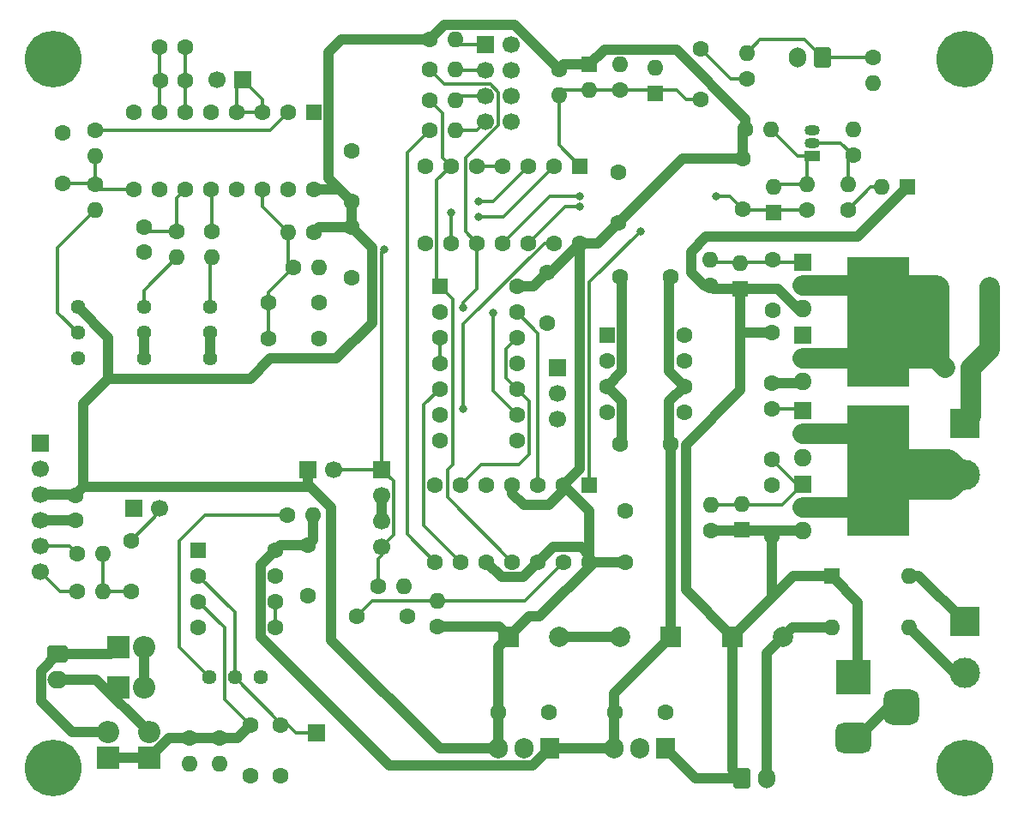
<source format=gbr>
%TF.GenerationSoftware,KiCad,Pcbnew,9.0.1*%
%TF.CreationDate,2025-05-04T12:18:18+03:30*%
%TF.ProjectId,sstc-v3,73737463-2d76-4332-9e6b-696361645f70,rev?*%
%TF.SameCoordinates,Original*%
%TF.FileFunction,Copper,L1,Top*%
%TF.FilePolarity,Positive*%
%FSLAX46Y46*%
G04 Gerber Fmt 4.6, Leading zero omitted, Abs format (unit mm)*
G04 Created by KiCad (PCBNEW 9.0.1) date 2025-05-04 12:18:18*
%MOMM*%
%LPD*%
G01*
G04 APERTURE LIST*
G04 Aperture macros list*
%AMRoundRect*
0 Rectangle with rounded corners*
0 $1 Rounding radius*
0 $2 $3 $4 $5 $6 $7 $8 $9 X,Y pos of 4 corners*
0 Add a 4 corners polygon primitive as box body*
4,1,4,$2,$3,$4,$5,$6,$7,$8,$9,$2,$3,0*
0 Add four circle primitives for the rounded corners*
1,1,$1+$1,$2,$3*
1,1,$1+$1,$4,$5*
1,1,$1+$1,$6,$7*
1,1,$1+$1,$8,$9*
0 Add four rect primitives between the rounded corners*
20,1,$1+$1,$2,$3,$4,$5,0*
20,1,$1+$1,$4,$5,$6,$7,0*
20,1,$1+$1,$6,$7,$8,$9,0*
20,1,$1+$1,$8,$9,$2,$3,0*%
G04 Aperture macros list end*
%TA.AperFunction,Conductor*%
%ADD10C,0.200000*%
%TD*%
%TA.AperFunction,ComponentPad*%
%ADD11R,1.600000X1.600000*%
%TD*%
%TA.AperFunction,ComponentPad*%
%ADD12O,1.600000X1.600000*%
%TD*%
%TA.AperFunction,ComponentPad*%
%ADD13C,1.600000*%
%TD*%
%TA.AperFunction,ComponentPad*%
%ADD14R,3.000000X3.000000*%
%TD*%
%TA.AperFunction,ComponentPad*%
%ADD15C,3.000000*%
%TD*%
%TA.AperFunction,ComponentPad*%
%ADD16R,2.000000X2.000000*%
%TD*%
%TA.AperFunction,ComponentPad*%
%ADD17C,2.000000*%
%TD*%
%TA.AperFunction,ComponentPad*%
%ADD18RoundRect,0.250000X-0.550000X0.550000X-0.550000X-0.550000X0.550000X-0.550000X0.550000X0.550000X0*%
%TD*%
%TA.AperFunction,ComponentPad*%
%ADD19R,3.500000X3.500000*%
%TD*%
%TA.AperFunction,ComponentPad*%
%ADD20RoundRect,0.750000X1.000000X-0.750000X1.000000X0.750000X-1.000000X0.750000X-1.000000X-0.750000X0*%
%TD*%
%TA.AperFunction,ComponentPad*%
%ADD21RoundRect,0.875000X0.875000X-0.875000X0.875000X0.875000X-0.875000X0.875000X-0.875000X-0.875000X0*%
%TD*%
%TA.AperFunction,ComponentPad*%
%ADD22C,3.600000*%
%TD*%
%TA.AperFunction,ConnectorPad*%
%ADD23C,5.600000*%
%TD*%
%TA.AperFunction,ComponentPad*%
%ADD24RoundRect,0.250000X0.600000X0.750000X-0.600000X0.750000X-0.600000X-0.750000X0.600000X-0.750000X0*%
%TD*%
%TA.AperFunction,ComponentPad*%
%ADD25O,1.700000X2.000000*%
%TD*%
%TA.AperFunction,ComponentPad*%
%ADD26RoundRect,0.250000X-0.750000X0.600000X-0.750000X-0.600000X0.750000X-0.600000X0.750000X0.600000X0*%
%TD*%
%TA.AperFunction,ComponentPad*%
%ADD27O,2.000000X1.700000*%
%TD*%
%TA.AperFunction,ComponentPad*%
%ADD28RoundRect,0.250000X-0.550000X-0.550000X0.550000X-0.550000X0.550000X0.550000X-0.550000X0.550000X0*%
%TD*%
%TA.AperFunction,ComponentPad*%
%ADD29R,2.200000X2.200000*%
%TD*%
%TA.AperFunction,ComponentPad*%
%ADD30O,2.200000X2.200000*%
%TD*%
%TA.AperFunction,ComponentPad*%
%ADD31R,1.700000X1.700000*%
%TD*%
%TA.AperFunction,ComponentPad*%
%ADD32C,1.700000*%
%TD*%
%TA.AperFunction,ComponentPad*%
%ADD33RoundRect,0.250000X-0.600000X-0.750000X0.600000X-0.750000X0.600000X0.750000X-0.600000X0.750000X0*%
%TD*%
%TA.AperFunction,ComponentPad*%
%ADD34R,1.800000X1.717500*%
%TD*%
%TA.AperFunction,SMDPad,CuDef*%
%ADD35R,6.200000X5.700000*%
%TD*%
%TA.AperFunction,ComponentPad*%
%ADD36O,1.800000X1.717500*%
%TD*%
%TA.AperFunction,ComponentPad*%
%ADD37C,1.440000*%
%TD*%
%TA.AperFunction,ComponentPad*%
%ADD38R,1.500000X1.050000*%
%TD*%
%TA.AperFunction,ComponentPad*%
%ADD39O,1.500000X1.050000*%
%TD*%
%TA.AperFunction,ComponentPad*%
%ADD40R,1.905000X2.000000*%
%TD*%
%TA.AperFunction,ComponentPad*%
%ADD41O,1.905000X2.000000*%
%TD*%
%TA.AperFunction,ViaPad*%
%ADD42C,0.800000*%
%TD*%
%TA.AperFunction,Conductor*%
%ADD43C,1.000000*%
%TD*%
%TA.AperFunction,Conductor*%
%ADD44C,0.300000*%
%TD*%
%TA.AperFunction,Conductor*%
%ADD45C,2.000000*%
%TD*%
G04 APERTURE END LIST*
%TO.N,Net-(J12-Pin_2)*%
D10*
X101000000Y-56500000D02*
X103000000Y-56500000D01*
X103000000Y-58000000D01*
X101000000Y-58000000D01*
X101000000Y-56500000D01*
%TA.AperFunction,Conductor*%
G36*
X101000000Y-56500000D02*
G01*
X103000000Y-56500000D01*
X103000000Y-58000000D01*
X101000000Y-58000000D01*
X101000000Y-56500000D01*
G37*
%TD.AperFunction*%
%TO.N,Net-(Q2-D)*%
X95500000Y-40000000D02*
X104000000Y-40000000D01*
X104000000Y-46000000D01*
X95500000Y-46000000D01*
X95500000Y-40000000D01*
%TA.AperFunction,Conductor*%
G36*
X95500000Y-40000000D02*
G01*
X104000000Y-40000000D01*
X104000000Y-46000000D01*
X95500000Y-46000000D01*
X95500000Y-40000000D01*
G37*
%TD.AperFunction*%
%TO.N,Net-(J12-Pin_2)*%
X95500000Y-56000000D02*
X101500000Y-56000000D01*
X101500000Y-60000000D01*
X95500000Y-60000000D01*
X95500000Y-56000000D01*
%TA.AperFunction,Conductor*%
G36*
X95500000Y-56000000D02*
G01*
X101500000Y-56000000D01*
X101500000Y-60000000D01*
X95500000Y-60000000D01*
X95500000Y-56000000D01*
G37*
%TD.AperFunction*%
%TD*%
D11*
%TO.P,D10,1,K*%
%TO.N,VDC*%
X101330686Y-29602056D03*
D12*
%TO.P,D10,2,A*%
%TO.N,Net-(D10-A)*%
X98790686Y-29602056D03*
%TD*%
D13*
%TO.P,R24,1*%
%TO.N,Net-(D6-K)*%
X91505000Y-31830685D03*
D12*
%TO.P,R24,2*%
%TO.N,Net-(D6-A)*%
X91505000Y-29290685D03*
%TD*%
D14*
%TO.P,J13,1,Pin_1*%
%TO.N,Net-(J13-Pin_1)*%
X107000000Y-72500000D03*
D15*
%TO.P,J13,2,Pin_2*%
%TO.N,Net-(J13-Pin_2)*%
X107000000Y-77580000D03*
%TD*%
D13*
%TO.P,R8,1*%
%TO.N,OC*%
X33500000Y-84000000D03*
D12*
%TO.P,R8,2*%
%TO.N,GND*%
X33500000Y-86540000D03*
%TD*%
D13*
%TO.P,C30,1*%
%TO.N,VDC*%
X88000000Y-64000000D03*
%TO.P,C30,2*%
%TO.N,GND*%
X88000000Y-59000000D03*
%TD*%
D16*
%TO.P,C16,1*%
%TO.N,+5V*%
X62000000Y-74000000D03*
D17*
%TO.P,C16,2*%
%TO.N,GND*%
X67000000Y-74000000D03*
%TD*%
D13*
%TO.P,C9,1*%
%TO.N,+5V*%
X46495000Y-31000000D03*
%TO.P,C9,2*%
%TO.N,GND*%
X46495000Y-26000000D03*
%TD*%
%TO.P,C4,1*%
%TO.N,Net-(U2-C1)*%
X30095000Y-19040000D03*
%TO.P,C4,2*%
%TO.N,Net-(U2-C2)*%
X27595000Y-19040000D03*
%TD*%
%TO.P,R23,1*%
%TO.N,VDC*%
X82000000Y-63540000D03*
D12*
%TO.P,R23,2*%
%TO.N,Net-(D9-A)*%
X82000000Y-61000000D03*
%TD*%
D13*
%TO.P,R18,1*%
%TO.N,+5V*%
X85395000Y-23915000D03*
D12*
%TO.P,R18,2*%
%TO.N,Net-(D6-A)*%
X87935000Y-23915000D03*
%TD*%
D13*
%TO.P,C17,1*%
%TO.N,GND*%
X72840000Y-28120000D03*
%TO.P,C17,2*%
%TO.N,+5V*%
X72840000Y-33120000D03*
%TD*%
%TO.P,C7,1*%
%TO.N,Net-(J3-Pin_2)*%
X24722500Y-64500000D03*
%TO.P,C7,2*%
%TO.N,Net-(C7-Pad2)*%
X24722500Y-69500000D03*
%TD*%
D18*
%TO.P,U2,1,PCP*%
%TO.N,unconnected-(U2-PCP-Pad1)*%
X42795000Y-22235000D03*
D13*
%TO.P,U2,2,PC1*%
%TO.N,Net-(U2-PC1)*%
X40255000Y-22235000D03*
%TO.P,U2,3,RefIn*%
%TO.N,SIGNAL*%
X37715000Y-22235000D03*
%TO.P,U2,4,FOUT*%
X35175000Y-22235000D03*
%TO.P,U2,5,Inh*%
%TO.N,GND*%
X32635000Y-22235000D03*
%TO.P,U2,6,C1*%
%TO.N,Net-(U2-C1)*%
X30095000Y-22235000D03*
%TO.P,U2,7,C2*%
%TO.N,Net-(U2-C2)*%
X27555000Y-22235000D03*
%TO.P,U2,8,VSS*%
%TO.N,GND*%
X25015000Y-22235000D03*
%TO.P,U2,9,VCOin*%
%TO.N,AUDIO*%
X25015000Y-29855000D03*
%TO.P,U2,10,SFout*%
%TO.N,unconnected-(U2-SFout-Pad10)*%
X27555000Y-29855000D03*
%TO.P,U2,11,R1*%
%TO.N,Net-(U2-R1)*%
X30095000Y-29855000D03*
%TO.P,U2,12,R2*%
%TO.N,Net-(U2-R2)*%
X32635000Y-29855000D03*
%TO.P,U2,13,PC2*%
%TO.N,unconnected-(U2-PC2-Pad13)*%
X35175000Y-29855000D03*
%TO.P,U2,14,SigIn*%
%TO.N,FEEDBACK*%
X37715000Y-29855000D03*
%TO.P,U2,15,ZOUT*%
%TO.N,unconnected-(U2-ZOUT-Pad15)*%
X40255000Y-29855000D03*
%TO.P,U2,16,VDD*%
%TO.N,+5V*%
X42795000Y-29855000D03*
%TD*%
%TO.P,C18,1*%
%TO.N,Net-(D8-A)*%
X88066667Y-36800000D03*
%TO.P,C18,2*%
%TO.N,Net-(Q5-G)*%
X88066667Y-41800000D03*
%TD*%
%TO.P,C25,1*%
%TO.N,Net-(D9-A)*%
X88000000Y-56500000D03*
%TO.P,C25,2*%
%TO.N,Net-(Q3-G)*%
X88000000Y-51500000D03*
%TD*%
D19*
%TO.P,J14,1*%
%TO.N,VDC*%
X96042500Y-78000000D03*
D20*
%TO.P,J14,2*%
%TO.N,GND*%
X96042500Y-84000000D03*
D21*
X100742500Y-81000000D03*
%TD*%
D22*
%TO.P,H2,1,1*%
%TO.N,GND*%
X17000000Y-87000000D03*
D23*
X17000000Y-87000000D03*
%TD*%
D13*
%TO.P,R6,1*%
%TO.N,AUDIO  LEFT*%
X19377500Y-65770000D03*
D12*
%TO.P,R6,2*%
%TO.N,Net-(C7-Pad2)*%
X21917500Y-65770000D03*
%TD*%
D13*
%TO.P,R1,1*%
%TO.N,Net-(U2-R1)*%
X29245000Y-33995000D03*
D12*
%TO.P,R1,2*%
%TO.N,Net-(R1-Pad2)*%
X29245000Y-36535000D03*
%TD*%
D13*
%TO.P,C15,1*%
%TO.N,Net-(U5B-~{R})*%
X47000000Y-72000000D03*
%TO.P,C15,2*%
%TO.N,GND*%
X52000000Y-72000000D03*
%TD*%
D24*
%TO.P,J11,1,Pin_1*%
%TO.N,Net-(J11-Pin_1)*%
X93000000Y-16780000D03*
D25*
%TO.P,J11,2,Pin_2*%
%TO.N,GND*%
X90500000Y-16780000D03*
%TD*%
D26*
%TO.P,J4,1,Pin_1*%
%TO.N,Net-(D3-A)*%
X17500000Y-75720000D03*
D27*
%TO.P,J4,2,Pin_2*%
%TO.N,Net-(D1-A)*%
X17500000Y-78220000D03*
%TD*%
D28*
%TO.P,U6,1,NC*%
%TO.N,unconnected-(U6-NC-Pad1)*%
X71695000Y-44190000D03*
D13*
%TO.P,U6,2,IN_A*%
%TO.N,DRV2*%
X71695000Y-46730000D03*
%TO.P,U6,3,GND*%
%TO.N,GND*%
X71695000Y-49270000D03*
%TO.P,U6,4,IN_B*%
%TO.N,DRV1*%
X71695000Y-51810000D03*
%TO.P,U6,5,OUT_B*%
%TO.N,Net-(Q3-G)*%
X79315000Y-51810000D03*
%TO.P,U6,6,VDD*%
%TO.N,+9V*%
X79315000Y-49270000D03*
%TO.P,U6,7,OUT_A*%
%TO.N,Net-(Q5-G)*%
X79315000Y-46730000D03*
%TO.P,U6,8,NC*%
%TO.N,unconnected-(U6-NC-Pad8)*%
X79315000Y-44190000D03*
%TD*%
D29*
%TO.P,D3,1,K*%
%TO.N,OC*%
X22500000Y-85968234D03*
D30*
%TO.P,D3,2,A*%
%TO.N,Net-(D3-A)*%
X22500000Y-83428234D03*
%TD*%
D16*
%TO.P,C29,1*%
%TO.N,VDC*%
X84132323Y-74000000D03*
D17*
%TO.P,C29,2*%
%TO.N,GND*%
X89132323Y-74000000D03*
%TD*%
D13*
%TO.P,C31,1*%
%TO.N,Net-(Q2-D)*%
X104500000Y-43500000D03*
%TO.P,C31,2*%
%TO.N,Net-(J12-Pin_1)*%
X109500000Y-43500000D03*
%TD*%
%TO.P,C24,1*%
%TO.N,GND*%
X73500000Y-61620000D03*
%TO.P,C24,2*%
%TO.N,+5V*%
X73500000Y-66620000D03*
%TD*%
%TO.P,R10,1*%
%TO.N,INT*%
X54180000Y-21000000D03*
D12*
%TO.P,R10,2*%
%TO.N,Net-(J5-Pin_5)*%
X56720000Y-21000000D03*
%TD*%
D29*
%TO.P,D1,1,K*%
%TO.N,OC*%
X26500000Y-85968234D03*
D30*
%TO.P,D1,2,A*%
%TO.N,Net-(D1-A)*%
X26500000Y-83428234D03*
%TD*%
D31*
%TO.P,J7,1,Pin_1*%
%TO.N,INT_INPUT*%
X49500000Y-57500000D03*
D32*
%TO.P,J7,2,Pin_2*%
%TO.N,GND*%
X49500000Y-60040000D03*
%TO.P,J7,3,Pin_3*%
X49500000Y-62580000D03*
%TO.P,J7,4,Pin_4*%
%TO.N,INT_INPUT*%
X49500000Y-65120000D03*
%TD*%
D33*
%TO.P,J10,1,Pin_1*%
%TO.N,VDC*%
X85000000Y-87975000D03*
D25*
%TO.P,J10,2,Pin_2*%
%TO.N,GND*%
X87500000Y-87975000D03*
%TD*%
D13*
%TO.P,R17,1*%
%TO.N,+5V*%
X55000000Y-73045000D03*
D12*
%TO.P,R17,2*%
%TO.N,Net-(U5B-~{R})*%
X55000000Y-70505000D03*
%TD*%
D14*
%TO.P,J12,1,Pin_1*%
%TO.N,Net-(J12-Pin_1)*%
X107000000Y-52960000D03*
D15*
%TO.P,J12,2,Pin_2*%
%TO.N,Net-(J12-Pin_2)*%
X107000000Y-58040000D03*
%TD*%
D29*
%TO.P,D2,1,K*%
%TO.N,Net-(D1-A)*%
X23460000Y-79000000D03*
D30*
%TO.P,D2,2,A*%
%TO.N,GND*%
X26000000Y-79000000D03*
%TD*%
D13*
%TO.P,C26,1*%
%TO.N,GND*%
X73000000Y-55000000D03*
%TO.P,C26,2*%
%TO.N,+9V*%
X78000000Y-55000000D03*
%TD*%
D31*
%TO.P,J9,1,Pin_1*%
%TO.N,DRV2*%
X66815000Y-47420000D03*
D32*
%TO.P,J9,2,Pin_2*%
%TO.N,GND*%
X66815000Y-49960000D03*
%TO.P,J9,3,Pin_3*%
%TO.N,DRV1*%
X66815000Y-52500000D03*
%TD*%
D13*
%TO.P,R27,1*%
%TO.N,Net-(Q1-B)*%
X96000000Y-26460000D03*
D12*
%TO.P,R27,2*%
%TO.N,GND*%
X96000000Y-23920000D03*
%TD*%
D13*
%TO.P,R14,1*%
%TO.N,OCD_STATUS*%
X54180000Y-24000000D03*
D12*
%TO.P,R14,2*%
%TO.N,Net-(J5-Pin_7)*%
X56720000Y-24000000D03*
%TD*%
D34*
%TO.P,Q2,1,G*%
%TO.N,Net-(D8-A)*%
X91066667Y-37000000D03*
D35*
%TO.P,Q2,2,D*%
%TO.N,Net-(Q2-D)*%
X98500000Y-39290000D03*
D36*
X91066667Y-39290000D03*
%TO.P,Q2,3,S*%
%TO.N,VDC*%
X91066667Y-41580000D03*
%TD*%
D13*
%TO.P,R22,1*%
%TO.N,VDC*%
X81881667Y-39340000D03*
D12*
%TO.P,R22,2*%
%TO.N,Net-(D8-A)*%
X81881667Y-36800000D03*
%TD*%
D18*
%TO.P,U5,1,~{R}*%
%TO.N,Net-(U5A-~{R})*%
X70000000Y-59000000D03*
D13*
%TO.P,U5,2,D*%
%TO.N,+5V*%
X67460000Y-59000000D03*
%TO.P,U5,3,C*%
%TO.N,SIGNAL*%
X64920000Y-59000000D03*
%TO.P,U5,4,~{S}*%
%TO.N,+5V*%
X62380000Y-59000000D03*
%TO.P,U5,5,Q*%
%TO.N,unconnected-(U5A-Q-Pad5)*%
X59840000Y-59000000D03*
%TO.P,U5,6,~{Q}*%
%TO.N,Net-(U5A-~{Q})*%
X57300000Y-59000000D03*
%TO.P,U5,7,GND*%
%TO.N,GND*%
X54760000Y-59000000D03*
%TO.P,U5,8,~{Q}*%
%TO.N,OCD_STATUS*%
X54760000Y-66620000D03*
%TO.P,U5,9,Q*%
%TO.N,OCD*%
X57300000Y-66620000D03*
%TO.P,U5,10,~{S}*%
%TO.N,+5V*%
X59840000Y-66620000D03*
%TO.P,U5,11,C*%
%TO.N,INT*%
X62380000Y-66620000D03*
%TO.P,U5,12,D*%
%TO.N,+5V*%
X64920000Y-66620000D03*
%TO.P,U5,13,~{R}*%
%TO.N,Net-(U5B-~{R})*%
X67460000Y-66620000D03*
%TO.P,U5,14,VCC*%
%TO.N,+5V*%
X70000000Y-66620000D03*
%TD*%
%TO.P,C19,1*%
%TO.N,+5V*%
X65815000Y-38000000D03*
%TO.P,C19,2*%
%TO.N,GND*%
X65815000Y-43000000D03*
%TD*%
%TO.P,C11,1*%
%TO.N,FEEDBACK*%
X38265000Y-41040000D03*
%TO.P,C11,2*%
%TO.N,GND*%
X43265000Y-41040000D03*
%TD*%
D11*
%TO.P,D8,1,K*%
%TO.N,VDC*%
X84881667Y-39651371D03*
D12*
%TO.P,D8,2,A*%
%TO.N,Net-(D8-A)*%
X84881667Y-37111371D03*
%TD*%
D31*
%TO.P,J6,1,Pin_1*%
%TO.N,+5V*%
X42225000Y-57500000D03*
D32*
%TO.P,J6,2,Pin_2*%
%TO.N,INT_INPUT*%
X44765000Y-57500000D03*
%TD*%
D13*
%TO.P,R9,1*%
%TO.N,+5V*%
X42815000Y-34040000D03*
D12*
%TO.P,R9,2*%
%TO.N,FEEDBACK*%
X40275000Y-34040000D03*
%TD*%
D13*
%TO.P,R5,1*%
%TO.N,AUDIO  RIGHT*%
X19377500Y-69520000D03*
D12*
%TO.P,R5,2*%
%TO.N,Net-(C7-Pad2)*%
X21917500Y-69520000D03*
%TD*%
D13*
%TO.P,C8,1*%
%TO.N,+5V*%
X46495000Y-33550000D03*
%TO.P,C8,2*%
%TO.N,GND*%
X46495000Y-38550000D03*
%TD*%
%TO.P,R13,1*%
%TO.N,+5V*%
X54180000Y-15000000D03*
D12*
%TO.P,R13,2*%
%TO.N,Net-(J5-Pin_1)*%
X56720000Y-15000000D03*
%TD*%
D11*
%TO.P,D9,1,K*%
%TO.N,VDC*%
X85000000Y-63425686D03*
D12*
%TO.P,D9,2,A*%
%TO.N,Net-(D9-A)*%
X85000000Y-60885686D03*
%TD*%
D22*
%TO.P,H1,1,1*%
%TO.N,GND*%
X17000000Y-17000000D03*
D23*
X17000000Y-17000000D03*
%TD*%
D13*
%TO.P,C5,1*%
%TO.N,+5V*%
X19222500Y-60020000D03*
%TO.P,C5,2*%
%TO.N,GND*%
X19222500Y-62520000D03*
%TD*%
%TO.P,R20,1*%
%TO.N,+5V*%
X67000000Y-17955000D03*
D12*
%TO.P,R20,2*%
%TO.N,Net-(D5-A)*%
X67000000Y-20495000D03*
%TD*%
D13*
%TO.P,C3,1*%
%TO.N,AUDIO*%
X17995000Y-29235000D03*
%TO.P,C3,2*%
%TO.N,GND*%
X17995000Y-24235000D03*
%TD*%
%TO.P,R19,1*%
%TO.N,Net-(C20-Pad2)*%
X85500000Y-18870000D03*
D12*
%TO.P,R19,2*%
%TO.N,Net-(J11-Pin_1)*%
X85500000Y-16330000D03*
%TD*%
D13*
%TO.P,R2,1*%
%TO.N,Net-(U2-R2)*%
X32745000Y-33995000D03*
D12*
%TO.P,R2,2*%
%TO.N,Net-(R2-Pad2)*%
X32745000Y-36535000D03*
%TD*%
D11*
%TO.P,D7,1,K*%
%TO.N,Net-(D5-A)*%
X76500000Y-20356371D03*
D12*
%TO.P,D7,2,A*%
%TO.N,GND*%
X76500000Y-17816371D03*
%TD*%
D13*
%TO.P,C20,1*%
%TO.N,Net-(D5-A)*%
X81000000Y-20955000D03*
%TO.P,C20,2*%
%TO.N,Net-(C20-Pad2)*%
X81000000Y-15955000D03*
%TD*%
%TO.P,R21,1*%
%TO.N,Net-(D5-A)*%
X73000000Y-20045000D03*
D12*
%TO.P,R21,2*%
%TO.N,GND*%
X73000000Y-17505000D03*
%TD*%
D28*
%TO.P,U3,1*%
%TO.N,INT*%
X55195000Y-39380000D03*
D13*
%TO.P,U3,2*%
%TO.N,POWER_GOOD*%
X55195000Y-41920000D03*
%TO.P,U3,3*%
%TO.N,Net-(U3-Pad3)*%
X55195000Y-44460000D03*
%TO.P,U3,4*%
X55195000Y-47000000D03*
%TO.P,U3,5*%
%TO.N,OCD*%
X55195000Y-49540000D03*
%TO.P,U3,6*%
%TO.N,Net-(U3-Pad6)*%
X55195000Y-52080000D03*
%TO.P,U3,7,GND*%
%TO.N,GND*%
X55195000Y-54620000D03*
%TO.P,U3,8*%
%TO.N,DRV1*%
X62815000Y-54620000D03*
%TO.P,U3,9*%
%TO.N,Net-(U3-Pad9)*%
X62815000Y-52080000D03*
%TO.P,U3,10*%
%TO.N,Net-(U5A-~{Q})*%
X62815000Y-49540000D03*
%TO.P,U3,11*%
%TO.N,DRV2*%
X62815000Y-47000000D03*
%TO.P,U3,12*%
%TO.N,Net-(U5A-~{Q})*%
X62815000Y-44460000D03*
%TO.P,U3,13*%
%TO.N,SIGNAL*%
X62815000Y-41920000D03*
%TO.P,U3,14,VCC*%
%TO.N,+5V*%
X62815000Y-39380000D03*
%TD*%
%TO.P,R26,1*%
%TO.N,Net-(J11-Pin_1)*%
X98000000Y-16780000D03*
D12*
%TO.P,R26,2*%
%TO.N,GND*%
X98000000Y-19320000D03*
%TD*%
D13*
%TO.P,R4,1*%
%TO.N,AUDIO*%
X21225000Y-29355000D03*
D12*
%TO.P,R4,2*%
%TO.N,Net-(R4-Pad2)*%
X21225000Y-31895000D03*
%TD*%
D28*
%TO.P,U1,1,GND*%
%TO.N,GND*%
X31380000Y-65460000D03*
D13*
%TO.P,U1,2,+*%
%TO.N,Net-(J8-Pin_1)*%
X31380000Y-68000000D03*
%TO.P,U1,3,-*%
%TO.N,OC*%
X31380000Y-70540000D03*
%TO.P,U1,4,V-*%
%TO.N,GND*%
X31380000Y-73080000D03*
%TO.P,U1,5,BAL*%
%TO.N,Net-(U1-BAL)*%
X39000000Y-73080000D03*
%TO.P,U1,6,STRB*%
X39000000Y-70540000D03*
%TO.P,U1,7*%
%TO.N,Net-(U5B-~{R})*%
X39000000Y-68000000D03*
%TO.P,U1,8,V+*%
%TO.N,+9V*%
X39000000Y-65460000D03*
%TD*%
%TO.P,R12,1*%
%TO.N,FEEDBACK*%
X40725000Y-37540000D03*
D12*
%TO.P,R12,2*%
%TO.N,GND*%
X43265000Y-37540000D03*
%TD*%
D18*
%TO.P,U4,1*%
%TO.N,Net-(D5-A)*%
X69040000Y-27500000D03*
D13*
%TO.P,U4,2*%
%TO.N,Net-(C10-Pad1)*%
X66500000Y-27500000D03*
%TO.P,U4,3*%
%TO.N,INT_INPUT*%
X63960000Y-27500000D03*
%TO.P,U4,4*%
%TO.N,Net-(U4-Pad4)*%
X61420000Y-27500000D03*
%TO.P,U4,5*%
X58880000Y-27500000D03*
%TO.P,U4,6*%
%TO.N,INT*%
X56340000Y-27500000D03*
%TO.P,U4,7,GND*%
%TO.N,GND*%
X53800000Y-27500000D03*
%TO.P,U4,8*%
%TO.N,Net-(U3-Pad9)*%
X53800000Y-35120000D03*
%TO.P,U4,9*%
%TO.N,SIGNAL*%
X56340000Y-35120000D03*
%TO.P,U4,10*%
%TO.N,POWER_GOOD*%
X58880000Y-35120000D03*
%TO.P,U4,11*%
%TO.N,Net-(D6-K)*%
X61420000Y-35120000D03*
%TO.P,U4,12*%
%TO.N,Net-(U5A-~{R})*%
X63960000Y-35120000D03*
%TO.P,U4,13*%
%TO.N,Net-(U3-Pad6)*%
X66500000Y-35120000D03*
%TO.P,U4,14,VCC*%
%TO.N,+5V*%
X69040000Y-35120000D03*
%TD*%
D37*
%TO.P,RV2,1,1*%
%TO.N,Net-(R1-Pad2)*%
X25995000Y-41460000D03*
%TO.P,RV2,2,2*%
%TO.N,GND*%
X25995000Y-44000000D03*
%TO.P,RV2,3,3*%
X25995000Y-46540000D03*
%TD*%
D13*
%TO.P,R28,1*%
%TO.N,Net-(Q2-D)*%
X105130000Y-47460000D03*
D12*
%TO.P,R28,2*%
%TO.N,Net-(J12-Pin_1)*%
X107670000Y-47460000D03*
%TD*%
D34*
%TO.P,Q5,1,G*%
%TO.N,Net-(Q5-G)*%
X91066667Y-44210000D03*
D35*
%TO.P,Q5,2,D*%
%TO.N,Net-(Q2-D)*%
X98500000Y-46500000D03*
D36*
X91066667Y-46500000D03*
%TO.P,Q5,3,S*%
%TO.N,GND*%
X91066667Y-48790000D03*
%TD*%
D13*
%TO.P,R25,1*%
%TO.N,Net-(D10-A)*%
X95505000Y-31830685D03*
D12*
%TO.P,R25,2*%
%TO.N,Net-(Q1-B)*%
X95505000Y-29290685D03*
%TD*%
D13*
%TO.P,R16,1*%
%TO.N,INT_INPUT*%
X49165000Y-69000000D03*
D12*
%TO.P,R16,2*%
%TO.N,GND*%
X51705000Y-69000000D03*
%TD*%
D13*
%TO.P,C10,1*%
%TO.N,Net-(C10-Pad1)*%
X43265000Y-44540000D03*
%TO.P,C10,2*%
%TO.N,FEEDBACK*%
X38265000Y-44540000D03*
%TD*%
%TO.P,C13,1*%
%TO.N,+5V*%
X61000000Y-81500000D03*
%TO.P,C13,2*%
%TO.N,GND*%
X66000000Y-81500000D03*
%TD*%
D34*
%TO.P,Q4,1,G*%
%TO.N,Net-(D9-A)*%
X91066667Y-58920000D03*
D35*
%TO.P,Q4,2,D*%
%TO.N,Net-(J12-Pin_2)*%
X98500000Y-61210000D03*
D36*
X91066667Y-61210000D03*
%TO.P,Q4,3,S*%
%TO.N,VDC*%
X91066667Y-63500000D03*
%TD*%
D13*
%TO.P,C2,1*%
%TO.N,Net-(U2-C1)*%
X30045000Y-15735000D03*
%TO.P,C2,2*%
%TO.N,Net-(U2-C2)*%
X27545000Y-15735000D03*
%TD*%
%TO.P,C12,1*%
%TO.N,GND*%
X42185000Y-69990000D03*
%TO.P,C12,2*%
%TO.N,+9V*%
X42185000Y-64990000D03*
%TD*%
D22*
%TO.P,H3,1,1*%
%TO.N,GND*%
X107000000Y-17000000D03*
D23*
X107000000Y-17000000D03*
%TD*%
D11*
%TO.P,D6,1,K*%
%TO.N,Net-(D6-K)*%
X88195000Y-32142056D03*
D12*
%TO.P,D6,2,A*%
%TO.N,Net-(D6-A)*%
X88195000Y-29602056D03*
%TD*%
D13*
%TO.P,C22,1*%
%TO.N,VDC*%
X88000000Y-44000000D03*
%TO.P,C22,2*%
%TO.N,GND*%
X88000000Y-49000000D03*
%TD*%
D29*
%TO.P,D4,1,K*%
%TO.N,Net-(D3-A)*%
X23460000Y-75000000D03*
D30*
%TO.P,D4,2,A*%
%TO.N,GND*%
X26000000Y-75000000D03*
%TD*%
D13*
%TO.P,C1,1*%
%TO.N,Net-(U2-R1)*%
X25995000Y-33545000D03*
%TO.P,C1,2*%
%TO.N,GND*%
X25995000Y-36045000D03*
%TD*%
D31*
%TO.P,J8,1,Pin_1*%
%TO.N,Net-(J8-Pin_1)*%
X43000000Y-83500000D03*
%TD*%
D13*
%TO.P,R15,1*%
%TO.N,Net-(R15-Pad1)*%
X40140000Y-61990000D03*
D12*
%TO.P,R15,2*%
%TO.N,+9V*%
X42680000Y-61990000D03*
%TD*%
D13*
%TO.P,R11,1*%
%TO.N,POWER_GOOD*%
X54185000Y-18000000D03*
D12*
%TO.P,R11,2*%
%TO.N,Net-(J5-Pin_3)*%
X56725000Y-18000000D03*
%TD*%
D16*
%TO.P,C27,1*%
%TO.N,+9V*%
X78000000Y-74000000D03*
D17*
%TO.P,C27,2*%
%TO.N,GND*%
X73000000Y-74000000D03*
%TD*%
D37*
%TO.P,RV1,1,1*%
%TO.N,+5V*%
X19500000Y-41460000D03*
%TO.P,RV1,2,2*%
%TO.N,Net-(R4-Pad2)*%
X19500000Y-44000000D03*
%TO.P,RV1,3,3*%
%TO.N,GND*%
X19500000Y-46540000D03*
%TD*%
D38*
%TO.P,Q1,1,C*%
%TO.N,Net-(D6-A)*%
X92000000Y-26500000D03*
D39*
%TO.P,Q1,2,B*%
%TO.N,Net-(Q1-B)*%
X92000000Y-25230000D03*
%TO.P,Q1,3,E*%
%TO.N,GND*%
X92000000Y-23960000D03*
%TD*%
D31*
%TO.P,J3,1,Pin_1*%
%TO.N,AUDIO*%
X25000000Y-61305000D03*
D32*
%TO.P,J3,2,Pin_2*%
%TO.N,Net-(J3-Pin_2)*%
X27540000Y-61305000D03*
%TD*%
D13*
%TO.P,C6,1*%
%TO.N,OC*%
X36500000Y-82780000D03*
%TO.P,C6,2*%
%TO.N,GND*%
X36500000Y-87780000D03*
%TD*%
D11*
%TO.P,D5,1,K*%
%TO.N,+5V*%
X70000000Y-17505000D03*
D12*
%TO.P,D5,2,A*%
%TO.N,Net-(D5-A)*%
X70000000Y-20045000D03*
%TD*%
D34*
%TO.P,Q3,1,G*%
%TO.N,Net-(Q3-G)*%
X91066667Y-51710000D03*
D35*
%TO.P,Q3,2,D*%
%TO.N,Net-(J12-Pin_2)*%
X98500000Y-54000000D03*
D36*
X91066667Y-54000000D03*
%TO.P,Q3,3,S*%
%TO.N,GND*%
X91066667Y-56290000D03*
%TD*%
D37*
%TO.P,RV4,1,1*%
%TO.N,GND*%
X37500000Y-78000000D03*
%TO.P,RV4,2,2*%
%TO.N,Net-(J8-Pin_1)*%
X34960000Y-78000000D03*
%TO.P,RV4,3,3*%
%TO.N,Net-(R15-Pad1)*%
X32420000Y-78000000D03*
%TD*%
D40*
%TO.P,U7,1,VI*%
%TO.N,+9V*%
X66040000Y-85055000D03*
D41*
%TO.P,U7,2,GND*%
%TO.N,GND*%
X63500000Y-85055000D03*
%TO.P,U7,3,VO*%
%TO.N,+5V*%
X60960000Y-85055000D03*
%TD*%
D13*
%TO.P,C23,1*%
%TO.N,GND*%
X73000000Y-38500000D03*
%TO.P,C23,2*%
%TO.N,+9V*%
X78000000Y-38500000D03*
%TD*%
D40*
%TO.P,U8,1,VI*%
%TO.N,VDC*%
X77500000Y-85000000D03*
D41*
%TO.P,U8,2,GND*%
%TO.N,GND*%
X74960000Y-85000000D03*
%TO.P,U8,3,VO*%
%TO.N,+9V*%
X72420000Y-85000000D03*
%TD*%
D11*
%TO.P,D11,1,+*%
%TO.N,VDC*%
X93880000Y-68000000D03*
D12*
%TO.P,D11,2,-*%
%TO.N,GND*%
X93880000Y-73080000D03*
%TO.P,D11,3*%
%TO.N,Net-(J13-Pin_2)*%
X101500000Y-73080000D03*
%TO.P,D11,4*%
%TO.N,Net-(J13-Pin_1)*%
X101500000Y-68000000D03*
%TD*%
D13*
%TO.P,C28,1*%
%TO.N,+9V*%
X72500000Y-81500000D03*
%TO.P,C28,2*%
%TO.N,GND*%
X77500000Y-81500000D03*
%TD*%
D22*
%TO.P,H4,1,1*%
%TO.N,GND*%
X107000000Y-87000000D03*
D23*
X107000000Y-87000000D03*
%TD*%
D31*
%TO.P,J1,1,Pin_1*%
%TO.N,SIGNAL*%
X35775000Y-19000000D03*
D32*
%TO.P,J1,2,Pin_2*%
%TO.N,GND*%
X33235000Y-19000000D03*
%TD*%
D13*
%TO.P,C32,1*%
%TO.N,Net-(Q2-D)*%
X104500000Y-39500000D03*
%TO.P,C32,2*%
%TO.N,Net-(J12-Pin_1)*%
X109500000Y-39500000D03*
%TD*%
%TO.P,R3,1*%
%TO.N,Net-(U2-PC1)*%
X21225000Y-23995000D03*
D12*
%TO.P,R3,2*%
%TO.N,AUDIO*%
X21225000Y-26535000D03*
%TD*%
D13*
%TO.P,R7,1*%
%TO.N,OC*%
X30500000Y-84000000D03*
D12*
%TO.P,R7,2*%
%TO.N,GND*%
X30500000Y-86540000D03*
%TD*%
D37*
%TO.P,RV3,1,1*%
%TO.N,Net-(R2-Pad2)*%
X32495000Y-41460000D03*
%TO.P,RV3,2,2*%
%TO.N,GND*%
X32495000Y-44000000D03*
%TO.P,RV3,3,3*%
X32495000Y-46540000D03*
%TD*%
D13*
%TO.P,C21,1*%
%TO.N,Net-(D6-K)*%
X85145000Y-31790685D03*
%TO.P,C21,2*%
%TO.N,+5V*%
X85145000Y-26790685D03*
%TD*%
D31*
%TO.P,J5,1,Pin_1*%
%TO.N,Net-(J5-Pin_1)*%
X59725000Y-15500000D03*
D32*
%TO.P,J5,2,Pin_2*%
%TO.N,GND*%
X62265000Y-15500000D03*
%TO.P,J5,3,Pin_3*%
%TO.N,Net-(J5-Pin_3)*%
X59725000Y-18040000D03*
%TO.P,J5,4,Pin_4*%
%TO.N,GND*%
X62265000Y-18040000D03*
%TO.P,J5,5,Pin_5*%
%TO.N,Net-(J5-Pin_5)*%
X59725000Y-20580000D03*
%TO.P,J5,6,Pin_6*%
%TO.N,GND*%
X62265000Y-20580000D03*
%TO.P,J5,7,Pin_7*%
%TO.N,Net-(J5-Pin_7)*%
X59725000Y-23120000D03*
%TO.P,J5,8,Pin_8*%
%TO.N,GND*%
X62265000Y-23120000D03*
%TD*%
D31*
%TO.P,J2,1,Pin_1*%
%TO.N,unconnected-(J2-Pin_1-Pad1)*%
X15797500Y-54920000D03*
D32*
%TO.P,J2,2,Pin_2*%
%TO.N,unconnected-(J2-Pin_2-Pad2)*%
X15797500Y-57460000D03*
%TO.P,J2,3,Pin_3*%
%TO.N,+5V*%
X15797500Y-60000000D03*
%TO.P,J2,4,Pin_4*%
%TO.N,GND*%
X15797500Y-62540000D03*
%TO.P,J2,5,Pin_5*%
%TO.N,AUDIO  LEFT*%
X15797500Y-65080000D03*
%TO.P,J2,6,Pin_6*%
%TO.N,AUDIO  RIGHT*%
X15797500Y-67620000D03*
%TD*%
D13*
%TO.P,C14,1*%
%TO.N,GND*%
X39500000Y-87780000D03*
%TO.P,C14,2*%
%TO.N,Net-(J8-Pin_1)*%
X39500000Y-82780000D03*
%TD*%
D42*
%TO.N,POWER_GOOD*%
X57500000Y-41500000D03*
%TO.N,SIGNAL*%
X56340000Y-32099000D03*
%TO.N,Net-(U5A-~{R})*%
X75000000Y-34000000D03*
X69000000Y-31500000D03*
%TO.N,INT_INPUT*%
X59000000Y-31000000D03*
X49750000Y-35750000D03*
%TO.N,Net-(C10-Pad1)*%
X59000000Y-32500000D03*
%TO.N,Net-(D6-K)*%
X69000000Y-30500000D03*
X82500000Y-30500000D03*
%TO.N,Net-(U3-Pad6)*%
X57500000Y-51500000D03*
%TO.N,Net-(U3-Pad9)*%
X60500000Y-42000000D03*
%TD*%
D43*
%TO.N,Net-(J13-Pin_2)*%
X107000000Y-77580000D02*
X106000000Y-77580000D01*
X106000000Y-77580000D02*
X101500000Y-73080000D01*
%TO.N,Net-(J13-Pin_1)*%
X101500000Y-68000000D02*
X102500000Y-68000000D01*
X102500000Y-68000000D02*
X107000000Y-72500000D01*
%TO.N,+5V*%
X67450000Y-17505000D02*
X67000000Y-17955000D01*
X42225000Y-58995001D02*
X42000000Y-59220001D01*
X62380000Y-59880000D02*
X62380000Y-59000000D01*
X70000000Y-66000000D02*
X70000000Y-61540000D01*
X66371000Y-65169000D02*
X69169000Y-65169000D01*
X70840000Y-35120000D02*
X72840000Y-33120000D01*
X70000000Y-17505000D02*
X67450000Y-17505000D01*
X42795000Y-29855000D02*
X45350000Y-29855000D01*
X85395000Y-23915000D02*
X85395000Y-22895000D01*
X70000000Y-66620000D02*
X70000000Y-66000000D01*
X55631000Y-13549000D02*
X62594000Y-13549000D01*
X20022499Y-59220001D02*
X20022499Y-50977501D01*
X66000000Y-61000000D02*
X63500000Y-61000000D01*
X64920000Y-66620000D02*
X66371000Y-65169000D01*
X85145000Y-26790685D02*
X85145000Y-24165000D01*
X60960000Y-85000000D02*
X60960000Y-75040000D01*
X62000000Y-74000000D02*
X64000000Y-72000000D01*
X43305000Y-33550000D02*
X42815000Y-34040000D01*
X46495000Y-31000000D02*
X46495000Y-33550000D01*
X20022499Y-59220001D02*
X19222500Y-60020000D01*
X69040000Y-57420000D02*
X69040000Y-35120000D01*
X44246000Y-28751000D02*
X44246000Y-16254000D01*
X55000000Y-73045000D02*
X61045000Y-73045000D01*
X65815000Y-38000000D02*
X66160000Y-38000000D01*
X72840000Y-33120000D02*
X79169315Y-26790685D01*
X62815000Y-39380000D02*
X64435000Y-39380000D01*
X38500000Y-46500000D02*
X36500000Y-48500000D01*
X36500000Y-48500000D02*
X22500000Y-48500000D01*
X67460000Y-59000000D02*
X67460000Y-59540000D01*
X69169000Y-65169000D02*
X70000000Y-66000000D01*
X44995000Y-46500000D02*
X38500000Y-46500000D01*
X65066012Y-72000000D02*
X70446012Y-66620000D01*
X44500000Y-74357024D02*
X44500000Y-61270001D01*
X61045000Y-73045000D02*
X62000000Y-74000000D01*
X22500000Y-48500000D02*
X22500000Y-44460000D01*
X15797500Y-60000000D02*
X19202500Y-60000000D01*
X48500000Y-35555000D02*
X48500000Y-42995000D01*
X20022499Y-50977501D02*
X22500000Y-48500000D01*
X61291000Y-68071000D02*
X59840000Y-66620000D01*
X42000000Y-59220001D02*
X20022499Y-59220001D01*
X60960000Y-75040000D02*
X62000000Y-74000000D01*
X70446012Y-66620000D02*
X72000000Y-66620000D01*
X46495000Y-33550000D02*
X48500000Y-35555000D01*
X63500000Y-61000000D02*
X62380000Y-59880000D01*
X45500000Y-15000000D02*
X54180000Y-15000000D01*
X64920000Y-66620000D02*
X63469000Y-68071000D01*
X79169315Y-26790685D02*
X85145000Y-26790685D01*
X66160000Y-38000000D02*
X69040000Y-35120000D01*
X22500000Y-44460000D02*
X19500000Y-41460000D01*
X44246000Y-16254000D02*
X45500000Y-15000000D01*
X70000000Y-61540000D02*
X67460000Y-59000000D01*
X54180000Y-15000000D02*
X55631000Y-13549000D01*
X60960000Y-85055000D02*
X55197976Y-85055000D01*
X45350000Y-29855000D02*
X46495000Y-31000000D01*
X67460000Y-59000000D02*
X69040000Y-57420000D01*
X64435000Y-39380000D02*
X65815000Y-38000000D01*
X71451000Y-16054000D02*
X70000000Y-17505000D01*
X48500000Y-42995000D02*
X44995000Y-46500000D01*
X69040000Y-35120000D02*
X70840000Y-35120000D01*
X85395000Y-22895000D02*
X78554000Y-16054000D01*
X62594000Y-13549000D02*
X67000000Y-17955000D01*
X44500000Y-61270001D02*
X42225000Y-58995001D01*
X64000000Y-72000000D02*
X65066012Y-72000000D01*
X67460000Y-59540000D02*
X66000000Y-61000000D01*
X46495000Y-31000000D02*
X44246000Y-28751000D01*
X72000000Y-66620000D02*
X73500000Y-66620000D01*
X42225000Y-57500000D02*
X42225000Y-58995001D01*
X55197976Y-85055000D02*
X44500000Y-74357024D01*
X46495000Y-33550000D02*
X43305000Y-33550000D01*
X78554000Y-16054000D02*
X71451000Y-16054000D01*
X70000000Y-66620000D02*
X72000000Y-66620000D01*
X61291000Y-68071000D02*
X63469000Y-68071000D01*
X85145000Y-24165000D02*
X85395000Y-23915000D01*
D44*
%TO.N,Net-(U5B-~{R})*%
X55000000Y-70505000D02*
X48495000Y-70505000D01*
X48495000Y-70505000D02*
X47000000Y-72000000D01*
X63575000Y-70505000D02*
X67460000Y-66620000D01*
X55000000Y-70505000D02*
X63575000Y-70505000D01*
%TO.N,FEEDBACK*%
X40275000Y-34040000D02*
X40275000Y-37090000D01*
X37715000Y-31480000D02*
X40275000Y-34040000D01*
X38265000Y-40000000D02*
X38265000Y-41040000D01*
X40725000Y-37540000D02*
X38265000Y-40000000D01*
X38265000Y-41040000D02*
X38265000Y-44540000D01*
X37715000Y-29855000D02*
X37715000Y-31480000D01*
D43*
%TO.N,GND*%
X88000000Y-49000000D02*
X90856667Y-49000000D01*
X73000000Y-74000000D02*
X67000000Y-74000000D01*
X99500000Y-81000000D02*
X96500000Y-84000000D01*
X32495000Y-44000000D02*
X32495000Y-46540000D01*
X87500000Y-87975000D02*
X87500000Y-75632323D01*
X73146000Y-47819000D02*
X71695000Y-49270000D01*
X49500000Y-60040000D02*
X49500000Y-62580000D01*
X90052323Y-73080000D02*
X89132323Y-74000000D01*
X73146000Y-54854000D02*
X73146000Y-50721000D01*
X93880000Y-73080000D02*
X90052323Y-73080000D01*
X26000000Y-75000000D02*
X26000000Y-79000000D01*
X73146000Y-38646000D02*
X73146000Y-47819000D01*
X19222500Y-62520000D02*
X15817500Y-62520000D01*
X71695000Y-49270000D02*
X73146000Y-50721000D01*
X25995000Y-44000000D02*
X25995000Y-46540000D01*
X87500000Y-75632323D02*
X89132323Y-74000000D01*
D44*
%TO.N,Net-(D6-A)*%
X91505000Y-29290685D02*
X91505000Y-26995000D01*
X91505000Y-26995000D02*
X92000000Y-26500000D01*
X90520000Y-26500000D02*
X87935000Y-23915000D01*
X92000000Y-26500000D02*
X90520000Y-26500000D01*
X91505000Y-29290685D02*
X88506371Y-29290685D01*
%TO.N,AUDIO*%
X25015000Y-29855000D02*
X21725000Y-29855000D01*
X21725000Y-29855000D02*
X21225000Y-29355000D01*
X21225000Y-29355000D02*
X21225000Y-26535000D01*
X17995000Y-29235000D02*
X21105000Y-29235000D01*
D43*
%TO.N,Net-(D1-A)*%
X17500000Y-78220000D02*
X21291766Y-78220000D01*
X21291766Y-78220000D02*
X26500000Y-83428234D01*
D44*
%TO.N,AUDIO  RIGHT*%
X15797500Y-67620000D02*
X17697500Y-69520000D01*
X17697500Y-69520000D02*
X19377500Y-69520000D01*
%TO.N,AUDIO  LEFT*%
X15797500Y-65080000D02*
X18687500Y-65080000D01*
X18687500Y-65080000D02*
X19377500Y-65770000D01*
D43*
%TO.N,+9V*%
X39000000Y-65460000D02*
X37549000Y-66911000D01*
X42680000Y-64495000D02*
X42185000Y-64990000D01*
X42185000Y-64990000D02*
X39470000Y-64990000D01*
X77864000Y-38636000D02*
X77864000Y-47819000D01*
X77864000Y-47819000D02*
X79315000Y-49270000D01*
X72420000Y-79580000D02*
X78000000Y-74000000D01*
X77864000Y-50721000D02*
X79315000Y-49270000D01*
X37549000Y-66911000D02*
X37549000Y-74049000D01*
X42680000Y-61990000D02*
X42680000Y-64495000D01*
X72420000Y-85000000D02*
X72420000Y-79580000D01*
X64389000Y-86706000D02*
X66040000Y-85055000D01*
X77864000Y-54864000D02*
X77864000Y-50721000D01*
X37549000Y-74049000D02*
X50206000Y-86706000D01*
X72420000Y-85000000D02*
X66095000Y-85000000D01*
X39470000Y-64990000D02*
X39000000Y-65460000D01*
X50206000Y-86706000D02*
X64389000Y-86706000D01*
X78000000Y-74000000D02*
X78000000Y-55000000D01*
%TO.N,VDC*%
X88000000Y-70132323D02*
X84132323Y-74000000D01*
X88000000Y-44000000D02*
X84881667Y-44000000D01*
X81881667Y-39340000D02*
X81340000Y-39340000D01*
X90550900Y-41580000D02*
X91021800Y-41580000D01*
X91066667Y-63500000D02*
X88500000Y-63500000D01*
X80475000Y-87975000D02*
X77500000Y-85000000D01*
X96500000Y-78000000D02*
X96500000Y-70620000D01*
X96500000Y-70620000D02*
X93880000Y-68000000D01*
X81500000Y-34500000D02*
X96432742Y-34500000D01*
X84132323Y-74000000D02*
X79500000Y-69367677D01*
X90132323Y-68000000D02*
X88000000Y-70132323D01*
X84881667Y-39651371D02*
X88622271Y-39651371D01*
X93880000Y-68000000D02*
X90132323Y-68000000D01*
X88000000Y-64000000D02*
X88000000Y-70132323D01*
X79500000Y-55049000D02*
X84881667Y-49667333D01*
X88500000Y-63500000D02*
X82000000Y-63500000D01*
X80000000Y-38000000D02*
X80000000Y-36000000D01*
X80000000Y-36000000D02*
X81500000Y-34500000D01*
X82193038Y-39651371D02*
X81881667Y-39340000D01*
X96432742Y-34500000D02*
X101330686Y-29602056D01*
X85000000Y-87975000D02*
X80475000Y-87975000D01*
X88622271Y-39651371D02*
X90550900Y-41580000D01*
X84881667Y-49667333D02*
X84881667Y-44000000D01*
X79500000Y-69367677D02*
X79500000Y-55049000D01*
X81340000Y-39340000D02*
X80000000Y-38000000D01*
X84881667Y-39651371D02*
X82193038Y-39651371D01*
X84132323Y-87107323D02*
X85000000Y-87975000D01*
X84132323Y-74000000D02*
X84132323Y-87107323D01*
X84881667Y-44000000D02*
X84881667Y-39651371D01*
X90617677Y-63500000D02*
X88500000Y-63500000D01*
D44*
%TO.N,INT*%
X62380000Y-66620000D02*
X56000000Y-60240000D01*
X56500000Y-40685000D02*
X55195000Y-39380000D01*
X56340000Y-27500000D02*
X54901000Y-28939000D01*
X54901000Y-28939000D02*
X54901000Y-39000000D01*
X56000000Y-60240000D02*
X56000000Y-57500000D01*
X55500000Y-26660000D02*
X56340000Y-27500000D01*
X56500000Y-57000000D02*
X56500000Y-40685000D01*
X56000000Y-57500000D02*
X56500000Y-57000000D01*
X55500000Y-22320000D02*
X54180000Y-21000000D01*
X55500000Y-22320000D02*
X55500000Y-26660000D01*
%TO.N,POWER_GOOD*%
X57779000Y-26693760D02*
X61000000Y-23472760D01*
X57500000Y-41500000D02*
X57500000Y-41000000D01*
X57500000Y-41000000D02*
X58880000Y-39620000D01*
X58880000Y-35120000D02*
X57779000Y-34019000D01*
X61000000Y-20227240D02*
X60201760Y-19429000D01*
X58880000Y-39620000D02*
X58880000Y-35120000D01*
X57779000Y-34019000D02*
X57779000Y-26693760D01*
X55614000Y-19429000D02*
X54185000Y-18000000D01*
X61000000Y-23472760D02*
X61000000Y-20227240D01*
X60201760Y-19429000D02*
X55614000Y-19429000D01*
%TO.N,SIGNAL*%
X35175000Y-22235000D02*
X35175000Y-19600000D01*
X62815000Y-41920000D02*
X64920000Y-44025000D01*
X37715000Y-20940000D02*
X35775000Y-19000000D01*
X64920000Y-44025000D02*
X64920000Y-59000000D01*
X56340000Y-32099000D02*
X56340000Y-35120000D01*
X37715000Y-22235000D02*
X37715000Y-20940000D01*
X37715000Y-22235000D02*
X35175000Y-22235000D01*
%TO.N,Net-(U5A-~{R})*%
X70000000Y-39000000D02*
X70000000Y-58200000D01*
X75000000Y-34000000D02*
X70000000Y-39000000D01*
X63960000Y-35120000D02*
X67580000Y-31500000D01*
X67580000Y-31500000D02*
X69000000Y-31500000D01*
%TO.N,Net-(U5A-~{Q})*%
X62815000Y-49540000D02*
X64000000Y-50725000D01*
X61714000Y-45561000D02*
X62815000Y-44460000D01*
X59300000Y-57000000D02*
X57300000Y-59000000D01*
X64000000Y-50725000D02*
X64000000Y-56000000D01*
X61714000Y-48439000D02*
X61714000Y-45561000D01*
X64000000Y-56000000D02*
X63000000Y-57000000D01*
X63000000Y-57000000D02*
X59300000Y-57000000D01*
X62815000Y-49540000D02*
X61714000Y-48439000D01*
D43*
%TO.N,OC*%
X35280000Y-84000000D02*
X36500000Y-82780000D01*
X26500000Y-85968234D02*
X28468234Y-84000000D01*
X22500000Y-85968234D02*
X26500000Y-85968234D01*
D44*
X33939000Y-73099000D02*
X31380000Y-70540000D01*
D43*
X33500000Y-84000000D02*
X35280000Y-84000000D01*
D44*
X36500000Y-82780000D02*
X33939000Y-80219000D01*
X33939000Y-80219000D02*
X33939000Y-73099000D01*
D43*
X28468234Y-84000000D02*
X33500000Y-84000000D01*
D44*
%TO.N,OCD*%
X53659000Y-62979000D02*
X57300000Y-66620000D01*
X53659000Y-51076000D02*
X53659000Y-62979000D01*
X55195000Y-49540000D02*
X53659000Y-51076000D01*
%TO.N,OCD_STATUS*%
X52000000Y-26180000D02*
X52000000Y-63860000D01*
X52000000Y-63860000D02*
X54760000Y-66620000D01*
X54180000Y-24000000D02*
X52000000Y-26180000D01*
%TO.N,INT_INPUT*%
X49500000Y-57500000D02*
X50651000Y-58651000D01*
X50651000Y-63969000D02*
X49500000Y-65120000D01*
X49165000Y-66335000D02*
X49165000Y-69500000D01*
X49500000Y-36000000D02*
X49500000Y-57500000D01*
X49500000Y-66000000D02*
X49165000Y-66335000D01*
X49500000Y-65120000D02*
X49500000Y-66000000D01*
X59000000Y-31000000D02*
X60460000Y-31000000D01*
X50651000Y-58651000D02*
X50651000Y-63969000D01*
X60460000Y-31000000D02*
X63960000Y-27500000D01*
X49750000Y-35750000D02*
X49500000Y-36000000D01*
X45500000Y-57500000D02*
X49500000Y-57500000D01*
%TO.N,Net-(D9-A)*%
X85000000Y-61010000D02*
X82010000Y-61010000D01*
X85000000Y-60950000D02*
X89036667Y-60950000D01*
X89036667Y-60950000D02*
X91066667Y-58920000D01*
X90420000Y-58920000D02*
X88000000Y-56500000D01*
%TO.N,Net-(J11-Pin_1)*%
X93000000Y-16780000D02*
X98000000Y-16780000D01*
X86830000Y-15000000D02*
X91220000Y-15000000D01*
X91220000Y-15000000D02*
X93000000Y-16780000D01*
X85500000Y-16330000D02*
X86830000Y-15000000D01*
%TO.N,Net-(C10-Pad1)*%
X59000000Y-32500000D02*
X61500000Y-32500000D01*
X61500000Y-32500000D02*
X66500000Y-27500000D01*
%TO.N,Net-(J8-Pin_1)*%
X34960000Y-78000000D02*
X39500000Y-82540000D01*
X40280000Y-82780000D02*
X41000000Y-83500000D01*
X31380000Y-68000000D02*
X34960000Y-71580000D01*
X41000000Y-83500000D02*
X43000000Y-83500000D01*
X39500000Y-82780000D02*
X40280000Y-82780000D01*
X34960000Y-71580000D02*
X34960000Y-78000000D01*
%TO.N,Net-(D6-K)*%
X61420000Y-35120000D02*
X66040000Y-30500000D01*
X83854315Y-30500000D02*
X85145000Y-31790685D01*
X91505000Y-31830685D02*
X85185000Y-31830685D01*
X66040000Y-30500000D02*
X69000000Y-30500000D01*
X82500000Y-30500000D02*
X83854315Y-30500000D01*
%TO.N,Net-(D5-A)*%
X79500000Y-20955000D02*
X81000000Y-20955000D01*
X67000000Y-25460000D02*
X69040000Y-27500000D01*
X78590000Y-20045000D02*
X79500000Y-20955000D01*
X67450000Y-20045000D02*
X78590000Y-20045000D01*
X67000000Y-20495000D02*
X67000000Y-25460000D01*
D43*
%TO.N,Net-(D3-A)*%
X17500000Y-75720000D02*
X22740000Y-75720000D01*
X18928234Y-83428234D02*
X15849000Y-80349000D01*
X22500000Y-83428234D02*
X18928234Y-83428234D01*
X15849000Y-80349000D02*
X15849000Y-77371000D01*
X22740000Y-75720000D02*
X23460000Y-75000000D01*
X15849000Y-77371000D02*
X17500000Y-75720000D01*
D44*
%TO.N,Net-(D10-A)*%
X95505000Y-31830685D02*
X97733629Y-29602056D01*
X97733629Y-29602056D02*
X98790686Y-29602056D01*
%TO.N,Net-(Q1-B)*%
X95505000Y-29290685D02*
X95505000Y-26955000D01*
X96000000Y-26460000D02*
X94770000Y-25230000D01*
X95505000Y-26955000D02*
X96000000Y-26460000D01*
X94770000Y-25230000D02*
X92000000Y-25230000D01*
%TO.N,Net-(R1-Pad2)*%
X25995000Y-41460000D02*
X25995000Y-39785000D01*
X25995000Y-39785000D02*
X29245000Y-36535000D01*
%TO.N,Net-(R4-Pad2)*%
X17500000Y-35620000D02*
X17500000Y-42000000D01*
X17500000Y-42000000D02*
X19500000Y-44000000D01*
X21225000Y-31895000D02*
X17500000Y-35620000D01*
%TO.N,Net-(U3-Pad3)*%
X55195000Y-44460000D02*
X55195000Y-47000000D01*
%TO.N,Net-(U3-Pad6)*%
X57500000Y-43137950D02*
X65517950Y-35120000D01*
X65517950Y-35120000D02*
X66500000Y-35120000D01*
X57500000Y-51500000D02*
X57500000Y-43137950D01*
%TO.N,Net-(U3-Pad9)*%
X60500000Y-49765000D02*
X62815000Y-52080000D01*
X60500000Y-42000000D02*
X60500000Y-49765000D01*
%TO.N,Net-(U4-Pad4)*%
X58880000Y-27500000D02*
X61420000Y-27500000D01*
%TO.N,Net-(U2-R1)*%
X29245000Y-33995000D02*
X26445000Y-33995000D01*
X29245000Y-33995000D02*
X29245000Y-30705000D01*
X29245000Y-30705000D02*
X30095000Y-29855000D01*
%TO.N,Net-(U2-C1)*%
X30095000Y-22235000D02*
X30095000Y-15785000D01*
%TO.N,Net-(U2-C2)*%
X27555000Y-22235000D02*
X27555000Y-15745000D01*
%TO.N,Net-(D8-A)*%
X91066667Y-37000000D02*
X82081667Y-37000000D01*
%TO.N,Net-(C20-Pad2)*%
X85500000Y-18870000D02*
X83915000Y-18870000D01*
X83915000Y-18870000D02*
X81000000Y-15955000D01*
%TO.N,Net-(Q3-G)*%
X88000000Y-51500000D02*
X90856667Y-51500000D01*
D45*
%TO.N,Net-(Q2-D)*%
X91066667Y-46500000D02*
X104170000Y-46500000D01*
X104500000Y-39500000D02*
X104500000Y-46830000D01*
X91066667Y-39290000D02*
X104290000Y-39290000D01*
X104500000Y-46830000D02*
X105130000Y-47460000D01*
X104290000Y-39290000D02*
X104500000Y-39500000D01*
X104170000Y-46500000D02*
X104500000Y-46830000D01*
%TO.N,Net-(J12-Pin_1)*%
X109500000Y-39500000D02*
X109500000Y-45630000D01*
X107670000Y-52290000D02*
X107000000Y-52960000D01*
X109500000Y-45630000D02*
X107670000Y-47460000D01*
X107670000Y-47460000D02*
X107670000Y-52290000D01*
%TO.N,Net-(J12-Pin_2)*%
X105540000Y-59500000D02*
X100210000Y-59500000D01*
X98500000Y-58000000D02*
X106960000Y-58000000D01*
X101000000Y-56500000D02*
X98500000Y-54000000D01*
X107000000Y-58040000D02*
X105540000Y-59500000D01*
X107000000Y-58040000D02*
X105460000Y-56500000D01*
X91066667Y-61210000D02*
X98500000Y-61210000D01*
X105460000Y-56500000D02*
X101000000Y-56500000D01*
X91066667Y-54000000D02*
X98500000Y-54000000D01*
D44*
%TO.N,Net-(U2-R2)*%
X32745000Y-33995000D02*
X32745000Y-29965000D01*
%TO.N,Net-(R2-Pad2)*%
X32495000Y-41460000D02*
X32495000Y-36785000D01*
%TO.N,Net-(U2-PC1)*%
X38495000Y-23995000D02*
X21225000Y-23995000D01*
X40255000Y-22235000D02*
X38495000Y-23995000D01*
%TO.N,Net-(R15-Pad1)*%
X32010000Y-61990000D02*
X40140000Y-61990000D01*
X32420000Y-78000000D02*
X29500000Y-75080000D01*
X29500000Y-75080000D02*
X29500000Y-64500000D01*
X29500000Y-64500000D02*
X32010000Y-61990000D01*
%TO.N,Net-(U1-BAL)*%
X39000000Y-70540000D02*
X39000000Y-73080000D01*
%TO.N,Net-(C7-Pad2)*%
X21917500Y-65770000D02*
X21917500Y-69520000D01*
X21917500Y-69520000D02*
X24702500Y-69520000D01*
%TO.N,Net-(J3-Pin_2)*%
X24722500Y-64500000D02*
X27540000Y-61682500D01*
%TO.N,Net-(J5-Pin_1)*%
X57220000Y-15500000D02*
X56720000Y-15000000D01*
X59725000Y-15500000D02*
X57220000Y-15500000D01*
%TO.N,Net-(J5-Pin_5)*%
X59725000Y-20580000D02*
X57140000Y-20580000D01*
%TO.N,Net-(J5-Pin_3)*%
X59725000Y-18040000D02*
X56765000Y-18040000D01*
%TO.N,Net-(J5-Pin_7)*%
X58845000Y-24000000D02*
X56720000Y-24000000D01*
X59725000Y-23120000D02*
X58845000Y-24000000D01*
%TD*%
M02*

</source>
